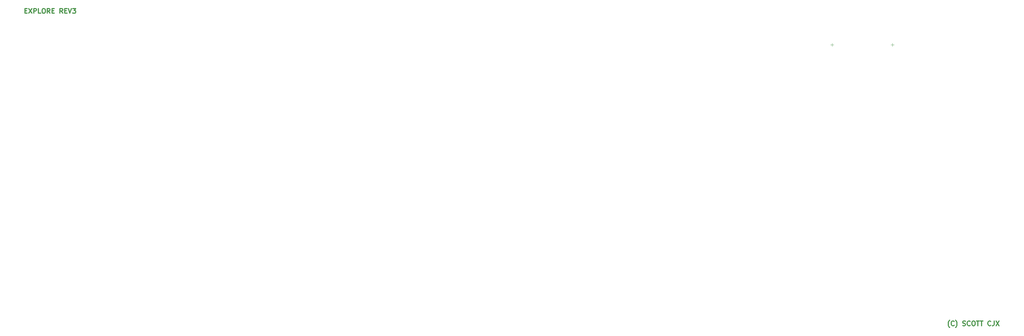
<source format=gbr>
%TF.GenerationSoftware,KiCad,Pcbnew,6.0.11-2627ca5db0~126~ubuntu22.04.1*%
%TF.CreationDate,2023-04-02T11:01:56+08:00*%
%TF.ProjectId,explorekb75,6578706c-6f72-4656-9b62-37352e6b6963,rev?*%
%TF.SameCoordinates,Original*%
%TF.FileFunction,Legend,Top*%
%TF.FilePolarity,Positive*%
%FSLAX46Y46*%
G04 Gerber Fmt 4.6, Leading zero omitted, Abs format (unit mm)*
G04 Created by KiCad (PCBNEW 6.0.11-2627ca5db0~126~ubuntu22.04.1) date 2023-04-02 11:01:56*
%MOMM*%
%LPD*%
G01*
G04 APERTURE LIST*
%ADD10C,0.300000*%
%ADD11C,0.120000*%
G04 APERTURE END LIST*
D10*
X76285714Y-66742857D02*
X76785714Y-66742857D01*
X77000000Y-67528571D02*
X76285714Y-67528571D01*
X76285714Y-66028571D01*
X77000000Y-66028571D01*
X77500000Y-66028571D02*
X78500000Y-67528571D01*
X78500000Y-66028571D02*
X77500000Y-67528571D01*
X79071428Y-67528571D02*
X79071428Y-66028571D01*
X79642857Y-66028571D01*
X79785714Y-66100000D01*
X79857142Y-66171428D01*
X79928571Y-66314285D01*
X79928571Y-66528571D01*
X79857142Y-66671428D01*
X79785714Y-66742857D01*
X79642857Y-66814285D01*
X79071428Y-66814285D01*
X81285714Y-67528571D02*
X80571428Y-67528571D01*
X80571428Y-66028571D01*
X82071428Y-66028571D02*
X82357142Y-66028571D01*
X82500000Y-66100000D01*
X82642857Y-66242857D01*
X82714285Y-66528571D01*
X82714285Y-67028571D01*
X82642857Y-67314285D01*
X82500000Y-67457142D01*
X82357142Y-67528571D01*
X82071428Y-67528571D01*
X81928571Y-67457142D01*
X81785714Y-67314285D01*
X81714285Y-67028571D01*
X81714285Y-66528571D01*
X81785714Y-66242857D01*
X81928571Y-66100000D01*
X82071428Y-66028571D01*
X84214285Y-67528571D02*
X83714285Y-66814285D01*
X83357142Y-67528571D02*
X83357142Y-66028571D01*
X83928571Y-66028571D01*
X84071428Y-66100000D01*
X84142857Y-66171428D01*
X84214285Y-66314285D01*
X84214285Y-66528571D01*
X84142857Y-66671428D01*
X84071428Y-66742857D01*
X83928571Y-66814285D01*
X83357142Y-66814285D01*
X84857142Y-66742857D02*
X85357142Y-66742857D01*
X85571428Y-67528571D02*
X84857142Y-67528571D01*
X84857142Y-66028571D01*
X85571428Y-66028571D01*
X88214285Y-67528571D02*
X87714285Y-66814285D01*
X87357142Y-67528571D02*
X87357142Y-66028571D01*
X87928571Y-66028571D01*
X88071428Y-66100000D01*
X88142857Y-66171428D01*
X88214285Y-66314285D01*
X88214285Y-66528571D01*
X88142857Y-66671428D01*
X88071428Y-66742857D01*
X87928571Y-66814285D01*
X87357142Y-66814285D01*
X88857142Y-66742857D02*
X89357142Y-66742857D01*
X89571428Y-67528571D02*
X88857142Y-67528571D01*
X88857142Y-66028571D01*
X89571428Y-66028571D01*
X90000000Y-66028571D02*
X90500000Y-67528571D01*
X91000000Y-66028571D01*
X91357142Y-66028571D02*
X92285714Y-66028571D01*
X91785714Y-66600000D01*
X92000000Y-66600000D01*
X92142857Y-66671428D01*
X92214285Y-66742857D01*
X92285714Y-66885714D01*
X92285714Y-67242857D01*
X92214285Y-67385714D01*
X92142857Y-67457142D01*
X92000000Y-67528571D01*
X91571428Y-67528571D01*
X91428571Y-67457142D01*
X91357142Y-67385714D01*
X367964285Y-166750000D02*
X367892857Y-166678571D01*
X367750000Y-166464285D01*
X367678571Y-166321428D01*
X367607142Y-166107142D01*
X367535714Y-165750000D01*
X367535714Y-165464285D01*
X367607142Y-165107142D01*
X367678571Y-164892857D01*
X367750000Y-164750000D01*
X367892857Y-164535714D01*
X367964285Y-164464285D01*
X369392857Y-166035714D02*
X369321428Y-166107142D01*
X369107142Y-166178571D01*
X368964285Y-166178571D01*
X368750000Y-166107142D01*
X368607142Y-165964285D01*
X368535714Y-165821428D01*
X368464285Y-165535714D01*
X368464285Y-165321428D01*
X368535714Y-165035714D01*
X368607142Y-164892857D01*
X368750000Y-164750000D01*
X368964285Y-164678571D01*
X369107142Y-164678571D01*
X369321428Y-164750000D01*
X369392857Y-164821428D01*
X369892857Y-166750000D02*
X369964285Y-166678571D01*
X370107142Y-166464285D01*
X370178571Y-166321428D01*
X370250000Y-166107142D01*
X370321428Y-165750000D01*
X370321428Y-165464285D01*
X370250000Y-165107142D01*
X370178571Y-164892857D01*
X370107142Y-164750000D01*
X369964285Y-164535714D01*
X369892857Y-164464285D01*
X372107142Y-166107142D02*
X372321428Y-166178571D01*
X372678571Y-166178571D01*
X372821428Y-166107142D01*
X372892857Y-166035714D01*
X372964285Y-165892857D01*
X372964285Y-165750000D01*
X372892857Y-165607142D01*
X372821428Y-165535714D01*
X372678571Y-165464285D01*
X372392857Y-165392857D01*
X372250000Y-165321428D01*
X372178571Y-165250000D01*
X372107142Y-165107142D01*
X372107142Y-164964285D01*
X372178571Y-164821428D01*
X372250000Y-164750000D01*
X372392857Y-164678571D01*
X372750000Y-164678571D01*
X372964285Y-164750000D01*
X374464285Y-166035714D02*
X374392857Y-166107142D01*
X374178571Y-166178571D01*
X374035714Y-166178571D01*
X373821428Y-166107142D01*
X373678571Y-165964285D01*
X373607142Y-165821428D01*
X373535714Y-165535714D01*
X373535714Y-165321428D01*
X373607142Y-165035714D01*
X373678571Y-164892857D01*
X373821428Y-164750000D01*
X374035714Y-164678571D01*
X374178571Y-164678571D01*
X374392857Y-164750000D01*
X374464285Y-164821428D01*
X375392857Y-164678571D02*
X375678571Y-164678571D01*
X375821428Y-164750000D01*
X375964285Y-164892857D01*
X376035714Y-165178571D01*
X376035714Y-165678571D01*
X375964285Y-165964285D01*
X375821428Y-166107142D01*
X375678571Y-166178571D01*
X375392857Y-166178571D01*
X375250000Y-166107142D01*
X375107142Y-165964285D01*
X375035714Y-165678571D01*
X375035714Y-165178571D01*
X375107142Y-164892857D01*
X375250000Y-164750000D01*
X375392857Y-164678571D01*
X376464285Y-164678571D02*
X377321428Y-164678571D01*
X376892857Y-166178571D02*
X376892857Y-164678571D01*
X377607142Y-164678571D02*
X378464285Y-164678571D01*
X378035714Y-166178571D02*
X378035714Y-164678571D01*
X380964285Y-166035714D02*
X380892857Y-166107142D01*
X380678571Y-166178571D01*
X380535714Y-166178571D01*
X380321428Y-166107142D01*
X380178571Y-165964285D01*
X380107142Y-165821428D01*
X380035714Y-165535714D01*
X380035714Y-165321428D01*
X380107142Y-165035714D01*
X380178571Y-164892857D01*
X380321428Y-164750000D01*
X380535714Y-164678571D01*
X380678571Y-164678571D01*
X380892857Y-164750000D01*
X380964285Y-164821428D01*
X382035714Y-164678571D02*
X382035714Y-165750000D01*
X381964285Y-165964285D01*
X381821428Y-166107142D01*
X381607142Y-166178571D01*
X381464285Y-166178571D01*
X382607142Y-164678571D02*
X383607142Y-166178571D01*
X383607142Y-164678571D02*
X382607142Y-166178571D01*
D11*
%TO.C,SW14*%
X330937485Y-77975000D02*
X330937485Y-76975000D01*
X331437485Y-77475000D02*
X330437485Y-77475000D01*
%TO.C,SW15*%
X350487485Y-77475000D02*
X349487485Y-77475000D01*
X349987485Y-77975000D02*
X349987485Y-76975000D01*
%TD*%
M02*

</source>
